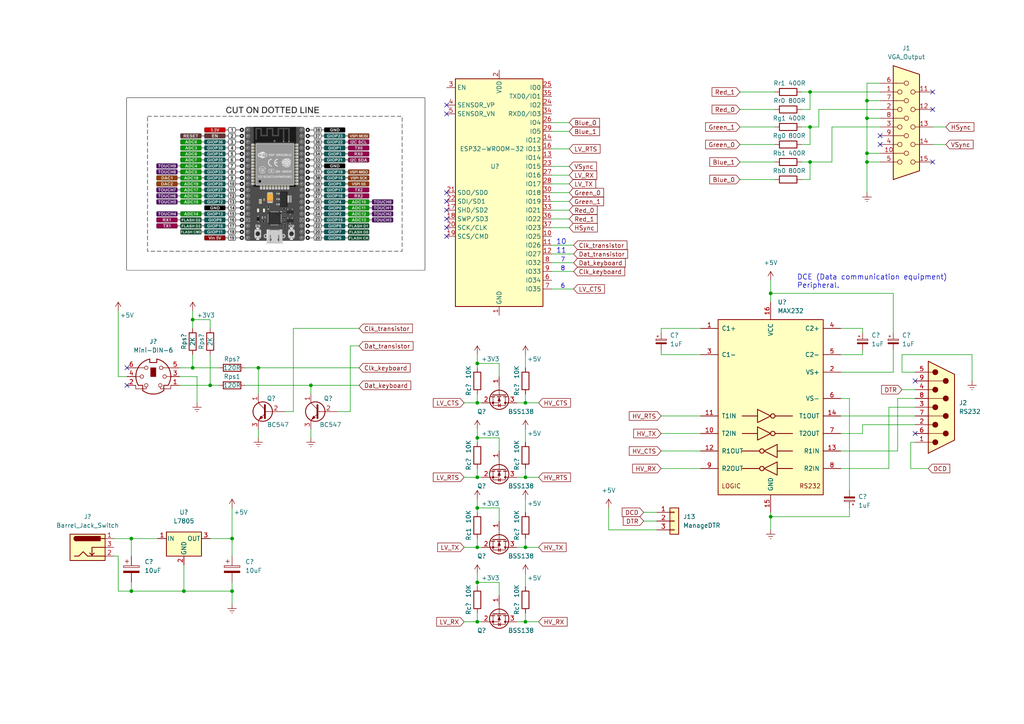
<source format=kicad_sch>
(kicad_sch (version 20211123) (generator eeschema)
  (paper "A4")
  (lib_symbols
    (symbol "Connector:Barrel_Jack_Switch" (pin_names hide)
      (property "Reference" "J" (at 0 5.334 0))
      (property "Value" "Barrel_Jack_Switch" (at 0 -5.08 0))
      (symbol "Barrel_Jack_Switch_0_1"
        (rectangle (start -5.08 3.81) (end 5.08 -3.81) (stroke (width 0.254)) (fill (type background)))
        (arc (start -3.302 3.175) (mid -3.937 2.54) (end -3.302 1.905) (stroke (width 0.254)))
        (arc (start -3.302 3.175) (mid -3.937 2.54) (end -3.302 1.905) (stroke (width 0.254)) (fill (type outline)))
        (polyline (pts (xy 1.27 -2.286) (xy 1.905 -1.651)) (stroke (width 0.254)))
        (polyline (pts (xy 5.08 2.54) (xy 3.81 2.54)) (stroke (width 0.254)))
        (polyline (pts (xy 5.08 0) (xy 1.27 0) (xy 1.27 -2.286) (xy 0.635 -1.651)) (stroke (width 0.254)))
        (polyline (pts (xy -3.81 -2.54) (xy -2.54 -2.54) (xy -1.27 -1.27) (xy 0 -2.54) (xy 2.54 -2.54) (xy 5.08 -2.54)) (stroke (width 0.254)))
        (rectangle (start 3.683 3.175) (end -3.302 1.905) (stroke (width 0.254)) (fill (type outline)))
      )
      (symbol "Barrel_Jack_Switch_1_1"
        (pin passive line (at 7.62 2.54 180) (length 2.54) (name "~") (number "1"))
        (pin passive line (at 7.62 -2.54 180) (length 2.54) (name "~") (number "2"))
        (pin passive line (at 7.62 0 180) (length 2.54) (name "~") (number "3"))
      )
    )
    (symbol "Connector:DB15_Female_HighDensity" (pin_names (offset 1.016) hide)
      (property "Reference" "J" (at 0 21.59 0))
      (property "Value" "DB15_Female_HighDensity" (at 0 19.05 0))
      (symbol "DB15_Female_HighDensity_0_1"
        (circle (center -1.905 -10.16) (radius 0.635))
        (circle (center -1.905 -5.08) (radius 0.635))
        (circle (center -1.905 0) (radius 0.635))
        (circle (center -1.905 5.08) (radius 0.635))
        (circle (center -1.905 10.16) (radius 0.635))
        (circle (center 0 -7.62) (radius 0.635))
        (circle (center 0 -2.54) (radius 0.635))
        (polyline (pts (xy -3.175 7.62) (xy -0.635 7.62)))
        (polyline (pts (xy -0.635 -7.62) (xy -3.175 -7.62)))
        (polyline (pts (xy -0.635 -2.54) (xy -3.175 -2.54)))
        (polyline (pts (xy -0.635 2.54) (xy -3.175 2.54)))
        (polyline (pts (xy -0.635 12.7) (xy -3.175 12.7)))
        (polyline (pts (xy -3.81 17.78) (xy -3.81 -15.24) (xy 3.81 -12.7) (xy 3.81 15.24) (xy -3.81 17.78)) (stroke (width 0.254)) (fill (type background)))
        (circle (center 0 2.54) (radius 0.635))
        (circle (center 0 7.62) (radius 0.635))
        (circle (center 0 12.7) (radius 0.635))
        (circle (center 1.905 -10.16) (radius 0.635))
        (circle (center 1.905 -5.08) (radius 0.635))
        (circle (center 1.905 0) (radius 0.635))
        (circle (center 1.905 5.08) (radius 0.635))
        (circle (center 1.905 10.16) (radius 0.635))
      )
      (symbol "DB15_Female_HighDensity_1_1"
        (pin passive line (at -7.62 10.16 0) (length 5.08) (name "~") (number "1"))
        (pin passive line (at -7.62 -7.62 0) (length 5.08) (name "~") (number "10"))
        (pin passive line (at 7.62 10.16 180) (length 5.08) (name "~") (number "11"))
        (pin passive line (at 7.62 5.08 180) (length 5.08) (name "~") (number "12"))
        (pin passive line (at 7.62 0 180) (length 5.08) (name "~") (number "13"))
        (pin passive line (at 7.62 -5.08 180) (length 5.08) (name "~") (number "14"))
        (pin passive line (at 7.62 -10.16 180) (length 5.08) (name "~") (number "15"))
        (pin passive line (at -7.62 5.08 0) (length 5.08) (name "~") (number "2"))
        (pin passive line (at -7.62 0 0) (length 5.08) (name "~") (number "3"))
        (pin passive line (at -7.62 -5.08 0) (length 5.08) (name "~") (number "4"))
        (pin passive line (at -7.62 -10.16 0) (length 5.08) (name "~") (number "5"))
        (pin passive line (at -7.62 12.7 0) (length 5.08) (name "~") (number "6"))
        (pin passive line (at -7.62 7.62 0) (length 5.08) (name "~") (number "7"))
        (pin passive line (at -7.62 2.54 0) (length 5.08) (name "~") (number "8"))
        (pin passive line (at -7.62 -2.54 0) (length 5.08) (name "~") (number "9"))
      )
    )
    (symbol "Connector:DB9_Male" (pin_names (offset 1.016) hide)
      (property "Reference" "J" (at 0 13.97 0))
      (property "Value" "DB9_Male" (at 0 -14.605 0))
      (symbol "DB9_Male_0_1"
        (circle (center -1.778 -10.16) (radius 0.762) (fill (type outline)))
        (circle (center -1.778 -5.08) (radius 0.762) (fill (type outline)))
        (circle (center -1.778 0) (radius 0.762) (fill (type outline)))
        (circle (center -1.778 5.08) (radius 0.762) (fill (type outline)))
        (circle (center -1.778 10.16) (radius 0.762) (fill (type outline)))
        (polyline (pts (xy -3.81 -10.16) (xy -2.54 -10.16)))
        (polyline (pts (xy -3.81 -7.62) (xy 0.508 -7.62)))
        (polyline (pts (xy -3.81 -5.08) (xy -2.54 -5.08)))
        (polyline (pts (xy -3.81 -2.54) (xy 0.508 -2.54)))
        (polyline (pts (xy -3.81 0) (xy -2.54 0)))
        (polyline (pts (xy -3.81 2.54) (xy 0.508 2.54)))
        (polyline (pts (xy -3.81 5.08) (xy -2.54 5.08)))
        (polyline (pts (xy -3.81 7.62) (xy 0.508 7.62)))
        (polyline (pts (xy -3.81 10.16) (xy -2.54 10.16)))
        (polyline (pts (xy -3.81 -13.335) (xy -3.81 13.335) (xy 3.81 9.525) (xy 3.81 -9.525) (xy -3.81 -13.335)) (stroke (width 0.254)) (fill (type background)))
        (circle (center 1.27 -7.62) (radius 0.762) (fill (type outline)))
        (circle (center 1.27 -2.54) (radius 0.762) (fill (type outline)))
        (circle (center 1.27 2.54) (radius 0.762) (fill (type outline)))
        (circle (center 1.27 7.62) (radius 0.762) (fill (type outline)))
      )
      (symbol "DB9_Male_1_1"
        (pin passive line (at -7.62 -10.16 0) (length 3.81) (name "1") (number "1"))
        (pin passive line (at -7.62 -5.08 0) (length 3.81) (name "2") (number "2"))
        (pin passive line (at -7.62 0 0) (length 3.81) (name "3") (number "3"))
        (pin passive line (at -7.62 5.08 0) (length 3.81) (name "4") (number "4"))
        (pin passive line (at -7.62 10.16 0) (length 3.81) (name "5") (number "5"))
        (pin passive line (at -7.62 -7.62 0) (length 3.81) (name "6") (number "6"))
        (pin passive line (at -7.62 -2.54 0) (length 3.81) (name "7") (number "7"))
        (pin passive line (at -7.62 2.54 0) (length 3.81) (name "8") (number "8"))
        (pin passive line (at -7.62 7.62 0) (length 3.81) (name "9") (number "9"))
      )
    )
    (symbol "ConnectorPS2:Mini-DIN-6" (pin_names (offset 1.016))
      (property "Reference" "J" (at 0 6.35 0))
      (property "Value" "Mini-DIN-6" (at 0 -6.35 0))
      (symbol "Mini-DIN-6_0_1"
        (circle (center -3.302 0) (radius 0.508))
        (arc (start -3.048 -4.064) (mid 0 -5.08) (end 3.048 -4.064) (stroke (width 0.254)))
        (circle (center -2.032 -2.54) (radius 0.508))
        (circle (center -2.032 2.54) (radius 0.508))
        (arc (start -1.016 5.08) (mid -4.6243 2.1182) (end -4.318 -2.54) (stroke (width 0.254)))
        (rectangle (start -0.762 2.54) (end 0.762 0) (fill (type outline)))
        (polyline (pts (xy -3.81 0) (xy -5.08 0)))
        (polyline (pts (xy -2.54 2.54) (xy -5.08 2.54)))
        (polyline (pts (xy 2.794 2.54) (xy 5.08 2.54)))
        (polyline (pts (xy 5.08 0) (xy 3.81 0)))
        (polyline (pts (xy -4.318 -2.54) (xy -3.048 -2.54) (xy -3.048 -4.064)) (stroke (width 0.254)))
        (polyline (pts (xy 4.318 -2.54) (xy 3.048 -2.54) (xy 3.048 -4.064)) (stroke (width 0.254)))
        (polyline (pts (xy -2.032 -3.048) (xy -2.032 -3.556) (xy -5.08 -3.556) (xy -5.08 -2.54)))
        (polyline (pts (xy -1.016 5.08) (xy -1.016 4.064) (xy 1.016 4.064) (xy 1.016 5.08)) (stroke (width 0.254)))
        (polyline (pts (xy 2.032 -3.048) (xy 2.032 -3.556) (xy 5.08 -3.556) (xy 5.08 -2.54)))
        (circle (center 2.032 -2.54) (radius 0.508))
        (circle (center 2.286 2.54) (radius 0.508))
        (circle (center 3.302 0) (radius 0.508))
        (arc (start 4.318 -2.54) (mid 4.6646 2.1357) (end 1.016 5.08) (stroke (width 0.254)))
      )
      (symbol "Mini-DIN-6_1_1"
        (pin passive line (at 7.62 -2.54 180) (length 2.54) (name "~") (number "1"))
        (pin passive line (at -7.62 -2.54 0) (length 2.54) (name "~") (number "2"))
        (pin passive line (at 7.62 0 180) (length 2.54) (name "~") (number "3"))
        (pin passive line (at -7.62 0 0) (length 2.54) (name "~") (number "4"))
        (pin passive line (at 7.62 2.54 180) (length 2.54) (name "~") (number "5"))
        (pin passive line (at -7.62 2.54 0) (length 2.54) (name "~") (number "6"))
      )
    )
    (symbol "Connector_Generic:Conn_01x03" (pin_names (offset 1.016) hide)
      (property "Reference" "J" (at 0 5.08 0))
      (property "Value" "Conn_01x03" (at 0 -5.08 0))
      (symbol "Conn_01x03_1_1"
        (rectangle (start -1.27 -2.413) (end 0 -2.667) (stroke (width 0.1524)))
        (rectangle (start -1.27 0.127) (end 0 -0.127) (stroke (width 0.1524)))
        (rectangle (start -1.27 2.667) (end 0 2.413) (stroke (width 0.1524)))
        (rectangle (start -1.27 3.81) (end 1.27 -3.81) (stroke (width 0.254)) (fill (type background)))
        (pin passive line (at -5.08 2.54 0) (length 3.81) (name "Pin_1") (number "1"))
        (pin passive line (at -5.08 0 0) (length 3.81) (name "Pin_2") (number "2"))
        (pin passive line (at -5.08 -2.54 0) (length 3.81) (name "Pin_3") (number "3"))
      )
    )
    (symbol "Device:C_Polarized" (pin_numbers hide) (pin_names (offset 0.254))
      (property "Reference" "C" (at 0.635 2.54 0))
      (property "Value" "C_Polarized" (at 0.635 -2.54 0))
      (symbol "C_Polarized_0_1"
        (rectangle (start -2.286 0.508) (end 2.286 1.016))
        (polyline (pts (xy -1.778 2.286) (xy -0.762 2.286)))
        (polyline (pts (xy -1.27 2.794) (xy -1.27 1.778)))
        (rectangle (start 2.286 -0.508) (end -2.286 -1.016) (fill (type outline)))
      )
      (symbol "C_Polarized_1_1"
        (pin passive line (at 0 3.81 270) (length 2.794) (name "~") (number "1"))
        (pin passive line (at 0 -3.81 90) (length 2.794) (name "~") (number "2"))
      )
    )
    (symbol "Device:C_Polarized_Small" (pin_numbers hide) (pin_names (offset 0.254) hide)
      (property "Reference" "C" (at 0.254 1.778 0))
      (property "Value" "C_Polarized_Small" (at 0.254 -2.032 0))
      (symbol "C_Polarized_Small_0_1"
        (rectangle (start -1.524 -0.3048) (end 1.524 -0.6858) (fill (type outline)))
        (rectangle (start -1.524 0.6858) (end 1.524 0.3048))
        (polyline (pts (xy -1.27 1.524) (xy -0.762 1.524)))
        (polyline (pts (xy -1.016 1.27) (xy -1.016 1.778)))
      )
      (symbol "C_Polarized_Small_1_1"
        (pin passive line (at 0 2.54 270) (length 1.8542) (name "~") (number "1"))
        (pin passive line (at 0 -2.54 90) (length 1.8542) (name "~") (number "2"))
      )
    )
    (symbol "Device:R" (pin_numbers hide) (pin_names (offset 0))
      (property "Reference" "R" (at 2.032 0 90))
      (property "Value" "R" (at 0 0 90))
      (symbol "R_0_1"
        (rectangle (start -1.016 -2.54) (end 1.016 2.54) (stroke (width 0.254)))
      )
      (symbol "R_1_1"
        (pin passive line (at 0 3.81 270) (length 1.27) (name "~") (number "1"))
        (pin passive line (at 0 -3.81 90) (length 1.27) (name "~") (number "2"))
      )
    )
    (symbol "Interface_UART:MAX232" (pin_names (offset 1.016))
      (property "Reference" "U" (at -2.54 28.575 0))
      (property "Value" "MAX232" (at -2.54 26.67 0))
      (symbol "MAX232_0_0"
        (text "LOGIC" (at -11.43 -22.86 0) (effects (font (size 1.27 1.27))))
        (text "RS232" (at 11.43 -22.86 0) (effects (font (size 1.27 1.27))))
      )
      (symbol "MAX232_0_1"
        (rectangle (start -15.24 -25.4) (end 15.24 25.4) (stroke (width 0.254)) (fill (type background)))
        (circle (center -2.54 -17.78) (radius 0.635) (stroke (width 0.254)))
        (circle (center -2.54 -12.7) (radius 0.635) (stroke (width 0.254)))
        (polyline (pts (xy -3.81 -7.62) (xy -8.255 -7.62)) (stroke (width 0.254)))
        (polyline (pts (xy -3.81 -2.54) (xy -8.255 -2.54)) (stroke (width 0.254)))
        (polyline (pts (xy -3.175 -17.78) (xy -8.255 -17.78)) (stroke (width 0.254)))
        (polyline (pts (xy -3.175 -12.7) (xy -8.255 -12.7)) (stroke (width 0.254)))
        (polyline (pts (xy 1.27 -7.62) (xy 6.35 -7.62)) (stroke (width 0.254)))
        (polyline (pts (xy 1.27 -2.54) (xy 6.35 -2.54)) (stroke (width 0.254)))
        (polyline (pts (xy 1.905 -17.78) (xy 6.35 -17.78)) (stroke (width 0.254)))
        (polyline (pts (xy 1.905 -12.7) (xy 6.35 -12.7)) (stroke (width 0.254)))
        (polyline (pts (xy -3.81 -5.715) (xy -3.81 -9.525) (xy 0 -7.62) (xy -3.81 -5.715)) (stroke (width 0.254)))
        (polyline (pts (xy -3.81 -0.635) (xy -3.81 -4.445) (xy 0 -2.54) (xy -3.81 -0.635)) (stroke (width 0.254)))
        (polyline (pts (xy 1.905 -15.875) (xy 1.905 -19.685) (xy -1.905 -17.78) (xy 1.905 -15.875)) (stroke (width 0.254)))
        (polyline (pts (xy 1.905 -10.795) (xy 1.905 -14.605) (xy -1.905 -12.7) (xy 1.905 -10.795)) (stroke (width 0.254)))
        (circle (center 0.635 -7.62) (radius 0.635) (stroke (width 0.254)))
        (circle (center 0.635 -2.54) (radius 0.635) (stroke (width 0.254)))
      )
      (symbol "MAX232_1_1"
        (pin passive line (at -20.32 22.86 0) (length 5.08) (name "C1+") (number "1"))
        (pin input line (at -20.32 -7.62 0) (length 5.08) (name "T2IN") (number "10"))
        (pin input line (at -20.32 -2.54 0) (length 5.08) (name "T1IN") (number "11"))
        (pin output line (at -20.32 -12.7 0) (length 5.08) (name "R1OUT") (number "12"))
        (pin input line (at 20.32 -12.7 180) (length 5.08) (name "R1IN") (number "13"))
        (pin output line (at 20.32 -2.54 180) (length 5.08) (name "T1OUT") (number "14"))
        (pin power_in line (at 0 -30.48 90) (length 5.08) (name "GND") (number "15"))
        (pin power_in line (at 0 30.48 270) (length 5.08) (name "VCC") (number "16"))
        (pin power_out line (at 20.32 10.16 180) (length 5.08) (name "VS+") (number "2"))
        (pin passive line (at -20.32 15.24 0) (length 5.08) (name "C1-") (number "3"))
        (pin passive line (at 20.32 22.86 180) (length 5.08) (name "C2+") (number "4"))
        (pin passive line (at 20.32 15.24 180) (length 5.08) (name "C2-") (number "5"))
        (pin power_out line (at 20.32 2.54 180) (length 5.08) (name "VS-") (number "6"))
        (pin output line (at 20.32 -7.62 180) (length 5.08) (name "T2OUT") (number "7"))
        (pin input line (at 20.32 -17.78 180) (length 5.08) (name "R2IN") (number "8"))
        (pin output line (at -20.32 -17.78 0) (length 5.08) (name "R2OUT") (number "9"))
      )
    )
    (symbol "RF_Module:ESP32-WROOM-32"
      (property "Reference" "U" (at -12.7 34.29 0))
      (property "Value" "ESP32-WROOM-32" (at 1.27 34.29 0))
      (symbol "ESP32-WROOM-32_0_1"
        (rectangle (start -12.7 33.02) (end 12.7 -33.02) (stroke (width 0.254)) (fill (type background)))
      )
      (symbol "ESP32-WROOM-32_1_1"
        (pin power_in line (at 0 -35.56 90) (length 2.54) (name "GND") (number "1"))
        (pin bidirectional line (at 15.24 -12.7 180) (length 2.54) (name "IO25") (number "10"))
        (pin bidirectional line (at 15.24 -15.24 180) (length 2.54) (name "IO26") (number "11"))
        (pin bidirectional line (at 15.24 -17.78 180) (length 2.54) (name "IO27") (number "12"))
        (pin bidirectional line (at 15.24 10.16 180) (length 2.54) (name "IO14") (number "13"))
        (pin bidirectional line (at 15.24 15.24 180) (length 2.54) (name "IO12") (number "14"))
        (pin passive line (at 0 -35.56 90) (length 2.54) hide (name "GND") (number "15"))
        (pin bidirectional line (at 15.24 12.7 180) (length 2.54) (name "IO13") (number "16"))
        (pin bidirectional line (at -15.24 -5.08 0) (length 2.54) (name "SHD/SD2") (number "17"))
        (pin bidirectional line (at -15.24 -7.62 0) (length 2.54) (name "SWP/SD3") (number "18"))
        (pin bidirectional line (at -15.24 -12.7 0) (length 2.54) (name "SCS/CMD") (number "19"))
        (pin power_in line (at 0 35.56 270) (length 2.54) (name "VDD") (number "2"))
        (pin bidirectional line (at -15.24 -10.16 0) (length 2.54) (name "SCK/CLK") (number "20"))
        (pin bidirectional line (at -15.24 0 0) (length 2.54) (name "SDO/SD0") (number "21"))
        (pin bidirectional line (at -15.24 -2.54 0) (length 2.54) (name "SDI/SD1") (number "22"))
        (pin bidirectional line (at 15.24 7.62 180) (length 2.54) (name "IO15") (number "23"))
        (pin bidirectional line (at 15.24 25.4 180) (length 2.54) (name "IO2") (number "24"))
        (pin bidirectional line (at 15.24 30.48 180) (length 2.54) (name "IO0") (number "25"))
        (pin bidirectional line (at 15.24 20.32 180) (length 2.54) (name "IO4") (number "26"))
        (pin bidirectional line (at 15.24 5.08 180) (length 2.54) (name "IO16") (number "27"))
        (pin bidirectional line (at 15.24 2.54 180) (length 2.54) (name "IO17") (number "28"))
        (pin bidirectional line (at 15.24 17.78 180) (length 2.54) (name "IO5") (number "29"))
        (pin input line (at -15.24 30.48 0) (length 2.54) (name "EN") (number "3"))
        (pin bidirectional line (at 15.24 0 180) (length 2.54) (name "IO18") (number "30"))
        (pin bidirectional line (at 15.24 -2.54 180) (length 2.54) (name "IO19") (number "31"))
        (pin no_connect line (at -12.7 -27.94 0) (length 2.54) hide (name "NC") (number "32"))
        (pin bidirectional line (at 15.24 -5.08 180) (length 2.54) (name "IO21") (number "33"))
        (pin bidirectional line (at 15.24 22.86 180) (length 2.54) (name "RXD0/IO3") (number "34"))
        (pin bidirectional line (at 15.24 27.94 180) (length 2.54) (name "TXD0/IO1") (number "35"))
        (pin bidirectional line (at 15.24 -7.62 180) (length 2.54) (name "IO22") (number "36"))
        (pin bidirectional line (at 15.24 -10.16 180) (length 2.54) (name "IO23") (number "37"))
        (pin passive line (at 0 -35.56 90) (length 2.54) hide (name "GND") (number "38"))
        (pin passive line (at 0 -35.56 90) (length 2.54) hide (name "GND") (number "39"))
        (pin input line (at -15.24 25.4 0) (length 2.54) (name "SENSOR_VP") (number "4"))
        (pin input line (at -15.24 22.86 0) (length 2.54) (name "SENSOR_VN") (number "5"))
        (pin input line (at 15.24 -25.4 180) (length 2.54) (name "IO34") (number "6"))
        (pin input line (at 15.24 -27.94 180) (length 2.54) (name "IO35") (number "7"))
        (pin bidirectional line (at 15.24 -20.32 180) (length 2.54) (name "IO32") (number "8"))
        (pin bidirectional line (at 15.24 -22.86 180) (length 2.54) (name "IO33") (number "9"))
      )
    )
    (symbol "Regulator_Linear:L7805" (pin_names (offset 0.254))
      (property "Reference" "U" (at -3.81 3.175 0))
      (property "Value" "L7805" (at 0 3.175 0))
      (symbol "L7805_0_1"
        (rectangle (start -5.08 1.905) (end 5.08 -5.08) (stroke (width 0.254)) (fill (type background)))
      )
      (symbol "L7805_1_1"
        (pin power_in line (at -7.62 0 0) (length 2.54) (name "IN") (number "1"))
        (pin power_in line (at 0 -7.62 90) (length 2.54) (name "GND") (number "2"))
        (pin power_out line (at 7.62 0 180) (length 2.54) (name "OUT") (number "3"))
      )
    )
    (symbol "Transistor_BJT:BC547" (pin_names (offset 0) hide)
      (property "Reference" "Q" (at 5.08 1.905 0))
      (property "Value" "BC547" (at 5.08 0 0))
      (symbol "BC547_0_1"
        (polyline (pts (xy 0 0) (xy 0.635 0)))
        (polyline (pts (xy 0.635 0.635) (xy 2.54 2.54)))
        (polyline (pts (xy 0.635 -0.635) (xy 2.54 -2.54) (xy 2.54 -2.54)))
        (polyline (pts (xy 0.635 1.905) (xy 0.635 -1.905) (xy 0.635 -1.905)) (stroke (width 0.508)))
        (polyline (pts (xy 1.27 -1.778) (xy 1.778 -1.27) (xy 2.286 -2.286) (xy 1.27 -1.778) (xy 1.27 -1.778)) (fill (type outline)))
        (circle (center 1.27 0) (radius 2.8194) (stroke (width 0.254)))
      )
      (symbol "BC547_1_1"
        (pin passive line (at 2.54 5.08 270) (length 2.54) (name "C") (number "1"))
        (pin input line (at -5.08 0 0) (length 5.08) (name "B") (number "2"))
        (pin passive line (at 2.54 -5.08 90) (length 2.54) (name "E") (number "3"))
      )
    )
    (symbol "Transistor_FET:BSS138" (pin_names hide)
      (property "Reference" "Q" (at 5.08 1.905 0))
      (property "Value" "BSS138" (at 5.08 0 0))
      (symbol "BSS138_0_1"
        (polyline (pts (xy 0.254 0) (xy -2.54 0)))
        (polyline (pts (xy 0.254 1.905) (xy 0.254 -1.905)) (stroke (width 0.254)))
        (polyline (pts (xy 0.762 -1.27) (xy 0.762 -2.286)) (stroke (width 0.254)))
        (polyline (pts (xy 0.762 0.508) (xy 0.762 -0.508)) (stroke (width 0.254)))
        (polyline (pts (xy 0.762 2.286) (xy 0.762 1.27)) (stroke (width 0.254)))
        (polyline (pts (xy 2.54 2.54) (xy 2.54 1.778)))
        (polyline (pts (xy 2.54 -2.54) (xy 2.54 0) (xy 0.762 0)))
        (polyline (pts (xy 0.762 -1.778) (xy 3.302 -1.778) (xy 3.302 1.778) (xy 0.762 1.778)))
        (polyline (pts (xy 1.016 0) (xy 2.032 0.381) (xy 2.032 -0.381) (xy 1.016 0)) (fill (type outline)))
        (polyline (pts (xy 2.794 0.508) (xy 2.921 0.381) (xy 3.683 0.381) (xy 3.81 0.254)))
        (polyline (pts (xy 3.302 0.381) (xy 2.921 -0.254) (xy 3.683 -0.254) (xy 3.302 0.381)))
        (circle (center 1.651 0) (radius 2.794) (stroke (width 0.254)))
        (circle (center 2.54 -1.778) (radius 0.254) (fill (type outline)))
        (circle (center 2.54 1.778) (radius 0.254) (fill (type outline)))
      )
      (symbol "BSS138_1_1"
        (pin input line (at -5.08 0 0) (length 2.54) (name "G") (number "1"))
        (pin passive line (at 2.54 -5.08 90) (length 2.54) (name "S") (number "2"))
        (pin passive line (at 2.54 5.08 270) (length 2.54) (name "D") (number "3"))
      )
    )
    (symbol "power:+3.3V" (power) (pin_names (offset 0))
      (property "Value" "+3.3V" (at 0 3.556 0))
      (symbol "+3.3V_0_1"
        (polyline (pts (xy -0.762 1.27) (xy 0 2.54)))
        (polyline (pts (xy 0 0) (xy 0 2.54)))
        (polyline (pts (xy 0 2.54) (xy 0.762 1.27)))
      )
      (symbol "+3.3V_1_1"
        (pin power_in line (at 0 0 90) (length 0) hide (name "+3V3") (number "1"))
      )
    )
    (symbol "power:+5V" (power) (pin_names (offset 0))
      (property "Value" "+5V" (at 0 3.556 0))
      (symbol "+5V_0_1"
        (polyline (pts (xy -0.762 1.27) (xy 0 2.54)))
        (polyline (pts (xy 0 0) (xy 0 2.54)))
        (polyline (pts (xy 0 2.54) (xy 0.762 1.27)))
      )
      (symbol "+5V_1_1"
        (pin power_in line (at 0 0 90) (length 0) hide (name "+5V") (number "1"))
      )
    )
    (symbol "power:GNDREF" (power) (pin_names (offset 0))
      (property "Value" "GNDREF" (at 0 -3.81 0))
      (symbol "GNDREF_0_1"
        (polyline (pts (xy -0.635 -1.905) (xy 0.635 -1.905)))
        (polyline (pts (xy -0.127 -2.54) (xy 0.127 -2.54)))
        (polyline (pts (xy 0 -1.27) (xy 0 0)))
        (polyline (pts (xy 1.27 -1.27) (xy -1.27 -1.27)))
      )
      (symbol "GNDREF_1_1"
        (pin power_in line (at 0 0 270) (length 0) hide (name "GNDREF") (number "1"))
      )
    )
  )
  (junction (at 38.1 171.45))
  (junction (at 138.43 105.41))
  (junction (at 67.31 156.21))
  (junction (at 60.96 111.76))
  (junction (at 53.34 171.45))
  (junction (at 152.4 116.84))
  (junction (at 38.1 156.21))
  (junction (at 55.88 92.71))
  (junction (at 234.95 46.99))
  (junction (at 152.4 138.43))
  (junction (at 234.95 26.67))
  (junction (at 152.4 180.34))
  (junction (at 67.31 171.45))
  (junction (at 90.17 111.76))
  (junction (at 138.43 127))
  (junction (at 234.95 36.83))
  (junction (at 138.43 168.91))
  (junction (at 138.43 138.43))
  (junction (at 74.93 106.68))
  (junction (at 55.88 106.68))
  (junction (at 251.46 29.21))
  (junction (at 251.46 44.45))
  (junction (at 251.46 46.99))
  (junction (at 251.46 34.29))
  (junction (at 152.4 158.75))
  (junction (at 138.43 180.34))
  (junction (at 138.43 158.75))
  (junction (at 138.43 116.84))
  (junction (at 138.43 147.32))
  (junction (at 223.52 85.09))
  (junction (at 223.52 149.86))
  (no_connect (at 270.51 26.67))
  (no_connect (at 270.51 46.99))
  (no_connect (at 255.27 41.91))
  (no_connect (at 255.27 39.37))
  (no_connect (at 270.51 31.75))
  (no_connect (at 265.43 110.49))
  (no_connect (at 36.83 111.76))
  (no_connect (at 36.83 106.68))
  (no_connect (at 265.43 125.73))
  (no_connect (at 129.54 30.48))
  (no_connect (at 129.54 33.02))
  (no_connect (at 129.54 55.88))
  (no_connect (at 129.54 58.42))
  (no_connect (at 129.54 60.96))
  (no_connect (at 129.54 63.5))
  (no_connect (at 129.54 66.04))
  (no_connect (at 129.54 68.58))
  (wire (pts (xy 261.62 102.87) (xy 281.94 102.87)))
  (wire (pts (xy 152.4 138.43) (xy 152.4 135.89)))
  (wire (pts (xy 138.43 116.84) (xy 138.43 114.3)))
  (wire (pts (xy 138.43 166.37) (xy 138.43 168.91)))
  (wire (pts (xy 160.02 71.12) (xy 166.37 71.12)))
  (wire (pts (xy 203.2 102.87) (xy 191.77 102.87)))
  (wire (pts (xy 255.27 34.29) (xy 251.46 34.29)))
  (wire (pts (xy 191.77 135.89) (xy 203.2 135.89)))
  (wire (pts (xy 90.17 111.76) (xy 90.17 114.3)))
  (wire (pts (xy 243.84 107.95) (xy 259.08 107.95)))
  (wire (pts (xy 55.88 92.71) (xy 55.88 95.25)))
  (wire (pts (xy 152.4 158.75) (xy 156.21 158.75)))
  (wire (pts (xy 149.86 158.75) (xy 152.4 158.75)))
  (wire (pts (xy 134.62 138.43) (xy 138.43 138.43)))
  (wire (pts (xy 152.4 138.43) (xy 156.21 138.43)))
  (wire (pts (xy 34.29 161.29) (xy 34.29 171.45)))
  (wire (pts (xy 160.02 35.56) (xy 165.1 35.56)))
  (wire (pts (xy 160.02 78.74) (xy 166.37 78.74)))
  (wire (pts (xy 138.43 102.87) (xy 138.43 105.41)))
  (wire (pts (xy 270.51 36.83) (xy 274.32 36.83)))
  (wire (pts (xy 243.84 120.65) (xy 265.43 120.65)))
  (wire (pts (xy 261.62 107.95) (xy 261.62 102.87)))
  (wire (pts (xy 82.55 119.38) (xy 85.09 119.38)))
  (wire (pts (xy 138.43 144.78) (xy 138.43 147.32)))
  (wire (pts (xy 90.17 111.76) (xy 104.14 111.76)))
  (wire (pts (xy 191.77 120.65) (xy 203.2 120.65)))
  (wire (pts (xy 71.12 111.76) (xy 90.17 111.76)))
  (wire (pts (xy 134.62 116.84) (xy 138.43 116.84)))
  (wire (pts (xy 265.43 118.11) (xy 257.81 118.11)))
  (wire (pts (xy 232.41 41.91) (xy 234.95 41.91)))
  (wire (pts (xy 160.02 58.42) (xy 165.1 58.42)))
  (wire (pts (xy 97.79 119.38) (xy 101.6 119.38)))
  (wire (pts (xy 257.81 118.11) (xy 257.81 135.89)))
  (wire (pts (xy 53.34 171.45) (xy 67.31 171.45)))
  (wire (pts (xy 251.46 34.29) (xy 251.46 29.21)))
  (wire (pts (xy 250.19 95.25) (xy 250.19 96.52)))
  (wire (pts (xy 186.69 151.13) (xy 190.5 151.13)))
  (wire (pts (xy 281.94 102.87) (xy 281.94 110.49)))
  (wire (pts (xy 60.96 92.71) (xy 55.88 92.71)))
  (wire (pts (xy 243.84 95.25) (xy 250.19 95.25)))
  (wire (pts (xy 138.43 105.41) (xy 138.43 106.68)))
  (wire (pts (xy 160.02 50.8) (xy 165.1 50.8)))
  (wire (pts (xy 101.6 119.38) (xy 101.6 100.33)))
  (wire (pts (xy 250.19 123.19) (xy 250.19 125.73)))
  (wire (pts (xy 90.17 124.46) (xy 90.17 127)))
  (wire (pts (xy 160.02 83.82) (xy 166.37 83.82)))
  (wire (pts (xy 38.1 156.21) (xy 38.1 161.29)))
  (wire (pts (xy 232.41 52.07) (xy 234.95 52.07)))
  (wire (pts (xy 138.43 124.46) (xy 138.43 127)))
  (wire (pts (xy 246.38 147.32) (xy 246.38 149.86)))
  (wire (pts (xy 191.77 102.87) (xy 191.77 101.6)))
  (wire (pts (xy 144.78 147.32) (xy 138.43 147.32)))
  (wire (pts (xy 191.77 130.81) (xy 203.2 130.81)))
  (wire (pts (xy 246.38 149.86) (xy 223.52 149.86)))
  (wire (pts (xy 251.46 29.21) (xy 255.27 29.21)))
  (wire (pts (xy 138.43 127) (xy 138.43 128.27)))
  (wire (pts (xy 160.02 55.88) (xy 165.1 55.88)))
  (wire (pts (xy 223.52 85.09) (xy 223.52 87.63)))
  (wire (pts (xy 60.96 102.87) (xy 60.96 111.76)))
  (wire (pts (xy 234.95 46.99) (xy 241.3 46.99)))
  (wire (pts (xy 234.95 41.91) (xy 234.95 36.83)))
  (wire (pts (xy 71.12 106.68) (xy 74.93 106.68)))
  (wire (pts (xy 67.31 171.45) (xy 67.31 168.91)))
  (wire (pts (xy 38.1 156.21) (xy 45.72 156.21)))
  (wire (pts (xy 85.09 95.25) (xy 104.14 95.25)))
  (wire (pts (xy 74.93 106.68) (xy 74.93 114.3)))
  (wire (pts (xy 234.95 31.75) (xy 234.95 26.67)))
  (wire (pts (xy 223.52 149.86) (xy 223.52 153.67)))
  (wire (pts (xy 251.46 24.13) (xy 251.46 29.21)))
  (wire (pts (xy 160.02 63.5) (xy 165.1 63.5)))
  (wire (pts (xy 259.08 85.09) (xy 259.08 96.52)))
  (wire (pts (xy 255.27 24.13) (xy 251.46 24.13)))
  (wire (pts (xy 34.29 109.22) (xy 34.29 90.17)))
  (wire (pts (xy 261.62 113.03) (xy 265.43 113.03)))
  (wire (pts (xy 265.43 128.27) (xy 264.16 128.27)))
  (wire (pts (xy 232.41 31.75) (xy 234.95 31.75)))
  (wire (pts (xy 52.07 111.76) (xy 60.96 111.76)))
  (wire (pts (xy 60.96 111.76) (xy 63.5 111.76)))
  (wire (pts (xy 101.6 100.33) (xy 104.14 100.33)))
  (wire (pts (xy 74.93 106.68) (xy 104.14 106.68)))
  (wire (pts (xy 144.78 168.91) (xy 138.43 168.91)))
  (wire (pts (xy 251.46 44.45) (xy 251.46 34.29)))
  (wire (pts (xy 160.02 38.1) (xy 165.1 38.1)))
  (wire (pts (xy 186.69 148.59) (xy 190.5 148.59)))
  (wire (pts (xy 55.88 106.68) (xy 63.5 106.68)))
  (wire (pts (xy 139.7 180.34) (xy 138.43 180.34)))
  (wire (pts (xy 74.93 124.46) (xy 74.93 127)))
  (wire (pts (xy 152.4 158.75) (xy 152.4 156.21)))
  (wire (pts (xy 191.77 125.73) (xy 203.2 125.73)))
  (wire (pts (xy 250.19 125.73) (xy 243.84 125.73)))
  (wire (pts (xy 234.95 52.07) (xy 234.95 46.99)))
  (wire (pts (xy 250.19 101.6) (xy 250.19 102.87)))
  (wire (pts (xy 265.43 107.95) (xy 261.62 107.95)))
  (wire (pts (xy 152.4 116.84) (xy 152.4 114.3)))
  (wire (pts (xy 60.96 95.25) (xy 60.96 92.71)))
  (wire (pts (xy 149.86 180.34) (xy 152.4 180.34)))
  (wire (pts (xy 232.41 46.99) (xy 234.95 46.99)))
  (wire (pts (xy 149.86 138.43) (xy 152.4 138.43)))
  (wire (pts (xy 144.78 127) (xy 138.43 127)))
  (wire (pts (xy 160.02 66.04) (xy 165.1 66.04)))
  (wire (pts (xy 33.02 156.21) (xy 38.1 156.21)))
  (wire (pts (xy 270.51 41.91) (xy 274.32 41.91)))
  (wire (pts (xy 234.95 36.83) (xy 237.49 36.83)))
  (wire (pts (xy 190.5 153.67) (xy 176.53 153.67)))
  (wire (pts (xy 134.62 180.34) (xy 138.43 180.34)))
  (wire (pts (xy 260.35 130.81) (xy 243.84 130.81)))
  (wire (pts (xy 191.77 95.25) (xy 203.2 95.25)))
  (wire (pts (xy 152.4 166.37) (xy 152.4 170.18)))
  (wire (pts (xy 139.7 116.84) (xy 138.43 116.84)))
  (wire (pts (xy 67.31 171.45) (xy 67.31 175.26)))
  (wire (pts (xy 38.1 171.45) (xy 53.34 171.45)))
  (wire (pts (xy 259.08 107.95) (xy 259.08 101.6)))
  (wire (pts (xy 237.49 31.75) (xy 255.27 31.75)))
  (wire (pts (xy 139.7 158.75) (xy 138.43 158.75)))
  (wire (pts (xy 33.02 161.29) (xy 34.29 161.29)))
  (wire (pts (xy 57.15 109.22) (xy 57.15 116.84)))
  (wire (pts (xy 214.63 52.07) (xy 224.79 52.07)))
  (wire (pts (xy 144.78 130.81) (xy 144.78 127)))
  (wire (pts (xy 67.31 156.21) (xy 67.31 161.29)))
  (wire (pts (xy 251.46 46.99) (xy 251.46 44.45)))
  (wire (pts (xy 160.02 60.96) (xy 165.1 60.96)))
  (wire (pts (xy 234.95 26.67) (xy 255.27 26.67)))
  (wire (pts (xy 223.52 81.28) (xy 223.52 85.09)))
  (wire (pts (xy 85.09 119.38) (xy 85.09 95.25)))
  (wire (pts (xy 176.53 153.67) (xy 176.53 147.32)))
  (wire (pts (xy 152.4 180.34) (xy 152.4 177.8)))
  (wire (pts (xy 134.62 158.75) (xy 138.43 158.75)))
  (wire (pts (xy 34.29 171.45) (xy 38.1 171.45)))
  (wire (pts (xy 237.49 36.83) (xy 237.49 31.75)))
  (wire (pts (xy 55.88 102.87) (xy 55.88 106.68)))
  (wire (pts (xy 144.78 151.13) (xy 144.78 147.32)))
  (wire (pts (xy 251.46 46.99) (xy 251.46 55.88)))
  (wire (pts (xy 255.27 44.45) (xy 251.46 44.45)))
  (wire (pts (xy 152.4 180.34) (xy 156.21 180.34)))
  (wire (pts (xy 152.4 102.87) (xy 152.4 106.68)))
  (wire (pts (xy 191.77 96.52) (xy 191.77 95.25)))
  (wire (pts (xy 214.63 46.99) (xy 224.79 46.99)))
  (wire (pts (xy 139.7 138.43) (xy 138.43 138.43)))
  (wire (pts (xy 260.35 115.57) (xy 260.35 130.81)))
  (wire (pts (xy 55.88 90.17) (xy 55.88 92.71)))
  (wire (pts (xy 250.19 123.19) (xy 265.43 123.19)))
  (wire (pts (xy 255.27 46.99) (xy 251.46 46.99)))
  (wire (pts (xy 214.63 31.75) (xy 224.79 31.75)))
  (wire (pts (xy 152.4 144.78) (xy 152.4 148.59)))
  (wire (pts (xy 138.43 168.91) (xy 138.43 170.18)))
  (wire (pts (xy 223.52 148.59) (xy 223.52 149.86)))
  (wire (pts (xy 138.43 158.75) (xy 138.43 156.21)))
  (wire (pts (xy 160.02 43.18) (xy 165.1 43.18)))
  (wire (pts (xy 144.78 105.41) (xy 138.43 105.41)))
  (wire (pts (xy 152.4 124.46) (xy 152.4 128.27)))
  (wire (pts (xy 214.63 26.67) (xy 224.79 26.67)))
  (wire (pts (xy 246.38 142.24) (xy 246.38 115.57)))
  (wire (pts (xy 144.78 109.22) (xy 144.78 105.41)))
  (wire (pts (xy 243.84 102.87) (xy 250.19 102.87)))
  (wire (pts (xy 138.43 180.34) (xy 138.43 177.8)))
  (wire (pts (xy 223.52 85.09) (xy 259.08 85.09)))
  (wire (pts (xy 36.83 109.22) (xy 34.29 109.22)))
  (wire (pts (xy 160.02 76.2) (xy 166.37 76.2)))
  (wire (pts (xy 214.63 41.91) (xy 224.79 41.91)))
  (wire (pts (xy 214.63 36.83) (xy 224.79 36.83)))
  (wire (pts (xy 241.3 46.99) (xy 241.3 36.83)))
  (wire (pts (xy 160.02 48.26) (xy 165.1 48.26)))
  (wire (pts (xy 52.07 106.68) (xy 55.88 106.68)))
  (wire (pts (xy 232.41 26.67) (xy 234.95 26.67)))
  (wire (pts (xy 264.16 128.27) (xy 264.16 135.89)))
  (wire (pts (xy 67.31 147.32) (xy 67.31 156.21)))
  (wire (pts (xy 232.41 36.83) (xy 234.95 36.83)))
  (wire (pts (xy 53.34 163.83) (xy 53.34 171.45)))
  (wire (pts (xy 149.86 116.84) (xy 152.4 116.84)))
  (wire (pts (xy 144.78 172.72) (xy 144.78 168.91)))
  (wire (pts (xy 152.4 116.84) (xy 156.21 116.84)))
  (wire (pts (xy 241.3 36.83) (xy 255.27 36.83)))
  (wire (pts (xy 160.02 73.66) (xy 166.37 73.66)))
  (wire (pts (xy 260.35 115.57) (xy 265.43 115.57)))
  (wire (pts (xy 138.43 138.43) (xy 138.43 135.89)))
  (wire (pts (xy 264.16 135.89) (xy 269.24 135.89)))
  (wire (pts (xy 38.1 168.91) (xy 38.1 171.45)))
  (wire (pts (xy 138.43 147.32) (xy 138.43 148.59)))
  (wire (pts (xy 60.96 156.21) (xy 67.31 156.21)))
  (wire (pts (xy 246.38 115.57) (xy 243.84 115.57)))
  (wire (pts (xy 52.07 109.22) (xy 57.15 109.22)))
  (wire (pts (xy 160.02 53.34) (xy 165.1 53.34)))
  (wire (pts (xy 243.84 135.89) (xy 257.81 135.89)))
  (image (at 80.01 53.34))
  (text "DCE (Data communication equipment)\nPeripheral." (at 231.14 83.82 0) (effects (font (size 1.5 1.5)) (justify left bottom)))
  (text "11" (at 161.29 73.66 0) (effects (font (size 1.5 1.5)) (justify left bottom)))
  (text "10" (at 161.29 71.12 0) (effects (font (size 1.5 1.5)) (justify left bottom)))
  (text "7" (at 162.56 76.2 0) (effects (font (size 1.27 1.27)) (justify left bottom)))
  (text "6" (at 162.56 83.82 0) (effects (font (size 1.27 1.27)) (justify left bottom)))
  (text "8" (at 162.56 78.74 0) (effects (font (size 1.27 1.27)) (justify left bottom)))
  (global_label "LV_TX" (shape input) (at 165.1 53.34 0) (property "Intersheet References" "${INTERSHEET_REFS}" (effects hide)))
  (global_label "LV_RX" (shape input) (at 165.1 50.8 0) (property "Intersheet References" "${INTERSHEET_REFS}" (effects hide)))
  (global_label "LV_RTS" (shape input) (at 165.1 43.18 0) (property "Intersheet References" "${INTERSHEET_REFS}" (effects hide)))
  (global_label "LV_CTS" (shape input) (at 134.62 116.84 180) (property "Intersheet References" "${INTERSHEET_REFS}" (effects hide)))
  (global_label "LV_RTS" (shape input) (at 134.62 138.43 180) (property "Intersheet References" "${INTERSHEET_REFS}" (effects hide)))
  (global_label "Blue_0" (shape input) (at 214.63 52.07 180) (property "Intersheet References" "${INTERSHEET_REFS}" (effects hide)))
  (global_label "Clk_transistor" (shape input) (at 166.37 71.12 0) (property "Intersheet References" "${INTERSHEET_REFS}" (effects hide)))
  (global_label "Clk_transistor" (shape input) (at 104.14 95.25 0) (property "Intersheet References" "${INTERSHEET_REFS}" (effects hide)))
  (global_label "Clk_keyboard" (shape input) (at 166.37 78.74 0) (property "Intersheet References" "${INTERSHEET_REFS}" (effects hide)))
  (global_label "Dat_transistor" (shape input) (at 166.37 73.66 0) (property "Intersheet References" "${INTERSHEET_REFS}" (effects hide)))
  (global_label "Green_0" (shape input) (at 165.1 55.88 0) (property "Intersheet References" "${INTERSHEET_REFS}" (effects hide)))
  (global_label "HSync" (shape input) (at 274.32 36.83 0) (property "Intersheet References" "${INTERSHEET_REFS}" (effects hide)))
  (global_label "HV_TX" (shape input) (at 156.21 158.75 0) (property "Intersheet References" "${INTERSHEET_REFS}" (effects hide)))
  (global_label "Green_1" (shape input) (at 165.1 58.42 0) (property "Intersheet References" "${INTERSHEET_REFS}" (effects hide)))
  (global_label "DTR" (shape input) (at 186.69 151.13 180) (property "Intersheet References" "${INTERSHEET_REFS}" (effects hide)))
  (global_label "HV_CTS" (shape input) (at 191.77 130.81 180) (property "Intersheet References" "${INTERSHEET_REFS}" (effects hide)))
  (global_label "Dat_keyboard" (shape input) (at 104.14 111.76 0) (property "Intersheet References" "${INTERSHEET_REFS}" (effects hide)))
  (global_label "DTR" (shape input) (at 261.62 113.03 180) (property "Intersheet References" "${INTERSHEET_REFS}" (effects hide)))
  (global_label "Red_0" (shape input) (at 214.63 31.75 180) (property "Intersheet References" "${INTERSHEET_REFS}" (effects hide)))
  (global_label "HV_RX" (shape input) (at 191.77 135.89 180) (property "Intersheet References" "${INTERSHEET_REFS}" (effects hide)))
  (global_label "Red_1" (shape input) (at 165.1 63.5 0) (property "Intersheet References" "${INTERSHEET_REFS}" (effects hide)))
  (global_label "VSync" (shape input) (at 274.32 41.91 0) (property "Intersheet References" "${INTERSHEET_REFS}" (effects hide)))
  (global_label "Red_0" (shape input) (at 165.1 60.96 0) (property "Intersheet References" "${INTERSHEET_REFS}" (effects hide)))
  (global_label "Blue_1" (shape input) (at 214.63 46.99 180) (property "Intersheet References" "${INTERSHEET_REFS}" (effects hide)))
  (global_label "HV_TX" (shape input) (at 191.77 125.73 180) (property "Intersheet References" "${INTERSHEET_REFS}" (effects hide)))
  (global_label "HV_RTS" (shape input) (at 191.77 120.65 180) (property "Intersheet References" "${INTERSHEET_REFS}" (effects hide)))
  (global_label "Green_0" (shape input) (at 214.63 41.91 180) (property "Intersheet References" "${INTERSHEET_REFS}" (effects hide)))
  (global_label "HV_RX" (shape input) (at 156.21 180.34 0) (property "Intersheet References" "${INTERSHEET_REFS}" (effects hide)))
  (global_label "Clk_keyboard" (shape input) (at 104.14 106.68 0) (property "Intersheet References" "${INTERSHEET_REFS}" (effects hide)))
  (global_label "Blue_1" (shape input) (at 165.1 38.1 0) (property "Intersheet References" "${INTERSHEET_REFS}" (effects hide)))
  (global_label "Dat_transistor" (shape input) (at 104.14 100.33 0) (property "Intersheet References" "${INTERSHEET_REFS}" (effects hide)))
  (global_label "LV_RX" (shape input) (at 134.62 180.34 180) (property "Intersheet References" "${INTERSHEET_REFS}" (effects hide)))
  (global_label "VSync" (shape input) (at 165.1 48.26 0) (property "Intersheet References" "${INTERSHEET_REFS}" (effects hide)))
  (global_label "Blue_0" (shape input) (at 165.1 35.56 0) (property "Intersheet References" "${INTERSHEET_REFS}" (effects hide)))
  (global_label "Dat_keyboard" (shape input) (at 166.37 76.2 0) (property "Intersheet References" "${INTERSHEET_REFS}" (effects hide)))
  (global_label "Green_1" (shape input) (at 214.63 36.83 180) (property "Intersheet References" "${INTERSHEET_REFS}" (effects hide)))
  (global_label "HSync" (shape input) (at 165.1 66.04 0) (property "Intersheet References" "${INTERSHEET_REFS}" (effects hide)))
  (global_label "HV_CTS" (shape input) (at 156.21 116.84 0) (property "Intersheet References" "${INTERSHEET_REFS}" (effects hide)))
  (global_label "LV_CTS" (shape input) (at 166.37 83.82 0) (property "Intersheet References" "${INTERSHEET_REFS}" (effects hide)))
  (global_label "HV_RTS" (shape input) (at 156.21 138.43 0) (property "Intersheet References" "${INTERSHEET_REFS}" (effects hide)))
  (global_label "LV_TX" (shape input) (at 134.62 158.75 180) (property "Intersheet References" "${INTERSHEET_REFS}" (effects hide)))
  (global_label "DCD" (shape input) (at 186.69 148.59 180) (property "Intersheet References" "${INTERSHEET_REFS}" (effects hide)))
  (global_label "Red_1" (shape input) (at 214.63 26.67 180) (property "Intersheet References" "${INTERSHEET_REFS}" (effects hide)))
  (global_label "DCD" (shape input) (at 269.24 135.89 0) (property "Intersheet References" "${INTERSHEET_REFS}" (effects hide)))
  (symbol (lib_id "Device:R") (at 228.6 36.83 90) (unit 1)
    (property "Reference" "Rg1" (at 226.06 34.29 90))
    (property "Value" "400R" (at 231.14 34.29 90))
  )
  (symbol (lib_id "power:GNDREF") (at 90.17 127 0) (unit 1)
    (property "Reference" "#PWR?" (effects hide))
    (property "Value" "GNDREF" (effects hide))
  )
  (symbol (lib_id "power:+5V") (at 152.4 124.46 0) (unit 1)
    (property "Reference" "#PWR?" (effects hide))
    (property "Value" "+5V" (at 154.94 125.73 0))
  )
  (symbol (lib_id "power:+5V") (at 152.4 166.37 0) (unit 1)
    (property "Reference" "#PWR?" (effects hide))
    (property "Value" "+5V" (at 154.94 167.64 0))
  )
  (symbol (lib_id "power:+3.3V") (at 138.43 144.78 0) (unit 1)
    (property "Reference" "#PWR?" (effects hide))
    (property "Value" "+3.3V" (at 142.24 146.05 0))
  )
  (symbol (lib_id "power:GNDREF") (at 57.15 116.84 0) (unit 1)
    (property "Reference" "#PWR?" (effects hide))
    (property "Value" "GNDREF" (effects hide))
  )
  (symbol (lib_id "Device:R") (at 228.6 41.91 90) (unit 1)
    (property "Reference" "Rg0" (at 226.06 39.37 90))
    (property "Value" "800R" (at 231.14 39.37 90))
  )
  (symbol (lib_id "Transistor_FET:BSS138") (at 144.78 135.89 270) (unit 1)
    (property "Reference" "Q?" (at 139.7 140.97 90))
    (property "Value" "BSS138" (at 151.13 140.97 90))
    (property "Footprint" "Package_TO_SOT_SMD:SOT-23" (effects hide))
    (property "Datasheet" "https://www.onsemi.com/pub/Collateral/BSS138-D.PDF" (effects hide))
  )
  (symbol (lib_id "power:GNDREF") (at 74.93 127 0) (unit 1)
    (property "Reference" "#PWR?" (effects hide))
    (property "Value" "GNDREF" (effects hide))
  )
  (symbol (lib_id "power:GNDREF") (at 281.94 110.49 0) (unit 1)
    (property "Reference" "#PWR?" (effects hide))
    (property "Value" "GNDREF" (effects hide))
  )
  (symbol (lib_id "Connector:DB15_Female_HighDensity") (at 262.89 36.83 0) (unit 1)
    (property "Reference" "J1" (at 262.89 13.97 0))
    (property "Value" "VGA_Output" (at 262.89 16.51 0))
    (property "Datasheet" " ~" (effects hide))
  )
  (symbol (lib_id "power:+3.3V") (at 138.43 102.87 0) (unit 1)
    (property "Reference" "#PWR?" (effects hide))
    (property "Value" "+3.3V" (at 142.24 104.14 0))
  )
  (symbol (lib_id "Device:R") (at 152.4 152.4 180) (unit 1)
    (property "Reference" "Rc?" (at 149.86 154.94 90))
    (property "Value" "10K" (at 149.86 149.86 90))
  )
  (symbol (lib_id "RF_Module:ESP32-WROOM-32") (at 144.78 55.88 0) (unit 1)
    (property "Reference" "U?" (at 142.24 48.26 0) (effects (justify left)))
    (property "Value" "ESP32-WROOM-32" (at 133.35 43.18 0) (effects (justify left)))
    (property "Footprint" "RF_Module:ESP32-WROOM-32" (effects hide))
    (property "Datasheet" "https://www.espressif.com/sites/default/files/documentation/esp32-wroom-32_datasheet_en.pdf" (effects hide))
  )
  (symbol (lib_id "Device:R") (at 67.31 111.76 90) (unit 1)
    (property "Reference" "Rps1" (at 67.31 109.22 90))
    (property "Value" "120R" (at 67.31 111.76 90))
  )
  (symbol (lib_id "ConnectorPS2:Mini-DIN-6") (at 44.45 109.22 0) (unit 1)
    (property "Reference" "J?" (at 44.4711 99.06 0))
    (property "Value" "Mini-DIN-6" (at 44.4711 101.6 0))
    (property "Datasheet" "http://service.powerdynamics.com/ec/Catalog17/Section%2011.pdf" (effects hide))
  )
  (symbol (lib_id "Device:R") (at 228.6 26.67 90) (unit 1)
    (property "Reference" "Rr1" (at 226.06 24.13 90))
    (property "Value" "400R" (at 231.14 24.13 90))
  )
  (symbol (lib_id "power:GNDREF") (at 67.31 175.26 0) (unit 1)
    (property "Reference" "#PWR?" (effects hide))
    (property "Value" "GNDREF" (effects hide))
  )
  (symbol (lib_id "Device:R") (at 152.4 173.99 180) (unit 1)
    (property "Reference" "Rc?" (at 149.86 176.53 90))
    (property "Value" "10K" (at 149.86 171.45 90))
  )
  (symbol (lib_id "Device:R") (at 138.43 152.4 180) (unit 1)
    (property "Reference" "Rc1" (at 135.89 154.94 90))
    (property "Value" "10K" (at 135.89 149.86 90))
  )
  (symbol (lib_id "power:GNDREF") (at 223.52 153.67 0) (unit 1)
    (property "Reference" "#PWR?" (effects hide))
    (property "Value" "GNDREF" (effects hide))
  )
  (symbol (lib_id "Device:R") (at 228.6 52.07 90) (unit 1)
    (property "Reference" "Rb0" (at 226.06 49.53 90))
    (property "Value" "800R" (at 231.14 49.53 90))
  )
  (symbol (lib_id "power:+3.3V") (at 55.88 90.17 0) (unit 1)
    (property "Reference" "#PWR?" (effects hide))
    (property "Value" "+3.3V" (at 59.69 91.44 0))
  )
  (symbol (lib_id "power:+5V") (at 34.29 90.17 0) (unit 1)
    (property "Reference" "#PWR?" (effects hide))
    (property "Value" "+5V" (at 36.83 91.44 0))
  )
  (symbol (lib_id "Device:C_Polarized") (at 38.1 165.1 0) (unit 1)
    (property "Reference" "C?" (at 41.91 162.9409 0) (effects (justify left)))
    (property "Value" "10uF" (at 41.91 165.4809 0) (effects (justify left)))
  )
  (symbol (lib_id "Device:R") (at 138.43 132.08 180) (unit 1)
    (property "Reference" "Rc?" (at 135.89 134.62 90))
    (property "Value" "10K" (at 135.89 129.54 90))
  )
  (symbol (lib_id "Connector:Barrel_Jack_Switch") (at 25.4 158.75 0) (unit 1)
    (property "Reference" "J?" (at 25.4 149.86 0))
    (property "Value" "Barrel_Jack_Switch" (at 25.4 152.4 0))
  )
  (symbol (lib_id "Transistor_FET:BSS138") (at 144.78 114.3 270) (unit 1)
    (property "Reference" "Q?" (at 139.7 119.38 90))
    (property "Value" "BSS138" (at 151.13 119.38 90))
    (property "Footprint" "Package_TO_SOT_SMD:SOT-23" (effects hide))
    (property "Datasheet" "https://www.onsemi.com/pub/Collateral/BSS138-D.PDF" (effects hide))
  )
  (symbol (lib_id "Interface_UART:MAX232") (at 223.52 118.11 0) (unit 1)
    (property "Reference" "U?" (at 225.5394 87.63 0) (effects (justify left)))
    (property "Value" "MAX232" (at 225.5394 90.17 0) (effects (justify left)))
    (property "Datasheet" "http://www.ti.com/lit/ds/symlink/max232.pdf" (effects hide))
  )
  (symbol (lib_id "Device:R") (at 152.4 132.08 180) (unit 1)
    (property "Reference" "Rc?" (at 149.86 134.62 90))
    (property "Value" "10K" (at 149.86 129.54 90))
  )
  (symbol (lib_id "Connector:DB9_Male") (at 273.05 118.11 0) (unit 1)
    (property "Reference" "J2" (at 278.13 116.8399 0) (effects (justify left)))
    (property "Value" "RS232" (at 278.13 119.3799 0) (effects (justify left)))
    (property "Datasheet" " ~" (effects hide))
  )
  (symbol (lib_id "Connector_Generic:Conn_01x03") (at 195.58 151.13 0) (unit 1)
    (property "Reference" "J13" (at 198.12 149.8599 0) (effects (justify left)))
    (property "Value" "ManageDTR" (at 198.12 152.3999 0) (effects (justify left)))
  )
  (symbol (lib_id "Device:C_Polarized") (at 67.31 165.1 0) (unit 1)
    (property "Reference" "C?" (at 71.12 162.9409 0) (effects (justify left)))
    (property "Value" "10uF" (at 71.12 165.4809 0) (effects (justify left)))
  )
  (symbol (lib_id "Transistor_FET:BSS138") (at 144.78 156.21 270) (unit 1)
    (property "Reference" "Q?" (at 139.7 161.29 90))
    (property "Value" "BSS138" (at 151.13 161.29 90))
    (property "Footprint" "Package_TO_SOT_SMD:SOT-23" (effects hide))
    (property "Datasheet" "https://www.onsemi.com/pub/Collateral/BSS138-D.PDF" (effects hide))
  )
  (symbol (lib_id "power:+5V") (at 152.4 144.78 0) (unit 1)
    (property "Reference" "#PWR?" (effects hide))
    (property "Value" "+5V" (at 154.94 146.05 0))
  )
  (symbol (lib_id "Device:R") (at 228.6 46.99 90) (unit 1)
    (property "Reference" "Rb1" (at 226.06 44.45 90))
    (property "Value" "400R" (at 231.14 44.45 90))
  )
  (symbol (lib_id "power:GNDREF") (at 251.46 55.88 0) (unit 1)
    (property "Reference" "#PWR?" (effects hide))
    (property "Value" "GNDREF" (effects hide))
  )
  (symbol (lib_id "Device:R") (at 138.43 173.99 180) (unit 1)
    (property "Reference" "Rc?" (at 135.89 176.53 90))
    (property "Value" "10K" (at 135.89 171.45 90))
  )
  (symbol (lib_id "power:+3.3V") (at 138.43 166.37 0) (unit 1)
    (property "Reference" "#PWR?" (effects hide))
    (property "Value" "+3.3V" (at 142.24 167.64 0))
  )
  (symbol (lib_id "Regulator_Linear:L7805") (at 53.34 156.21 0) (unit 1)
    (property "Reference" "U?" (at 53.34 148.59 0))
    (property "Value" "L7805" (at 53.34 151.13 0))
    (property "Datasheet" "http://www.st.com/content/ccc/resource/technical/document/datasheet/41/4f/b3/b0/12/d4/47/88/CD00000444.pdf/files/CD00000444.pdf/jcr:content/translations/en.CD00000444.pdf" (effects hide))
  )
  (symbol (lib_id "Transistor_BJT:BC547") (at 77.47 119.38 0) (mirror y) (unit 1)
    (property "Reference" "Q?" (at 80.01 115.57 0) (effects (justify left)))
    (property "Value" "BC547" (at 83.82 123.19 0) (effects (justify left)))
    (property "Footprint" "Package_TO_SOT_THT:TO-92_Inline" (effects hide))
    (property "Datasheet" "https://www.onsemi.com/pub/Collateral/BC550-D.pdf" (effects hide))
  )
  (symbol (lib_id "Device:C_Polarized_Small") (at 250.19 99.06 0) (unit 1)
    (property "Reference" "C?" (at 252.73 97.2438 0) (effects (justify left)))
    (property "Value" "1uF" (at 252.73 99.7838 0) (effects (justify left)))
  )
  (symbol (lib_id "Transistor_BJT:BC547") (at 92.71 119.38 0) (mirror y) (unit 1)
    (property "Reference" "Q?" (at 96.52 115.57 0) (effects (justify left)))
    (property "Value" "BC547" (at 99.06 123.19 0) (effects (justify left)))
    (property "Footprint" "Package_TO_SOT_THT:TO-92_Inline" (effects hide))
    (property "Datasheet" "https://www.onsemi.com/pub/Collateral/BC550-D.pdf" (effects hide))
  )
  (symbol (lib_id "Device:R") (at 67.31 106.68 90) (unit 1)
    (property "Reference" "Rps?" (at 67.31 104.14 90))
    (property "Value" "120R" (at 67.31 106.68 90))
  )
  (symbol (lib_id "Transistor_FET:BSS138") (at 144.78 177.8 270) (unit 1)
    (property "Reference" "Q?" (at 139.7 182.88 90))
    (property "Value" "BSS138" (at 151.13 182.88 90))
    (property "Footprint" "Package_TO_SOT_SMD:SOT-23" (effects hide))
    (property "Datasheet" "https://www.onsemi.com/pub/Collateral/BSS138-D.PDF" (effects hide))
  )
  (symbol (lib_id "Device:R") (at 60.96 99.06 180) (unit 1)
    (property "Reference" "Rps?" (at 58.42 99.06 90))
    (property "Value" "2K" (at 60.96 99.06 90))
  )
  (symbol (lib_id "power:+3.3V") (at 138.43 124.46 0) (unit 1)
    (property "Reference" "#PWR?" (effects hide))
    (property "Value" "+3.3V" (at 142.24 125.73 0))
  )
  (symbol (lib_id "Device:R") (at 138.43 110.49 180) (unit 1)
    (property "Reference" "Rc?" (at 135.89 113.03 90))
    (property "Value" "10K" (at 135.89 107.95 90))
  )
  (symbol (lib_id "Device:R") (at 152.4 110.49 180) (unit 1)
    (property "Reference" "Rc?" (at 149.86 113.03 90))
    (property "Value" "10K" (at 149.86 107.95 90))
  )
  (symbol (lib_id "power:+5V") (at 223.52 81.28 0) (unit 1)
    (property "Reference" "#PWR?" (effects hide))
    (property "Value" "+5V" (at 223.52 76.2 0))
  )
  (symbol (lib_id "Device:C_Polarized_Small") (at 246.38 144.78 180) (unit 1)
    (property "Reference" "C?" (at 248.92 144.056 0) (effects (justify right)))
    (property "Value" "1uF" (at 248.92 146.596 0) (effects (justify right)))
  )
  (symbol (lib_id "power:+5V") (at 176.53 147.32 0) (unit 1)
    (property "Reference" "#PWR?" (effects hide))
    (property "Value" "+5V" (at 176.53 142.24 0))
  )
  (symbol (lib_id "power:+5V") (at 67.31 147.32 0) (unit 1)
    (property "Reference" "#PWR?" (effects hide))
    (property "Value" "+5V" (at 69.85 148.59 0))
  )
  (symbol (lib_id "power:+5V") (at 152.4 102.87 0) (unit 1)
    (property "Reference" "#PWR?" (effects hide))
    (property "Value" "+5V" (at 154.94 104.14 0))
  )
  (symbol (lib_id "Device:C_Polarized_Small") (at 191.77 99.06 0) (unit 1)
    (property "Reference" "C?" (at 194.31 97.2438 0) (effects (justify left)))
    (property "Value" "1uF" (at 194.31 99.7838 0) (effects (justify left)))
  )
  (symbol (lib_id "Device:C_Polarized_Small") (at 259.08 99.06 0) (unit 1)
    (property "Reference" "C?" (at 261.62 97.2438 0) (effects (justify left)))
    (property "Value" "1uF" (at 261.62 99.7838 0) (effects (justify left)))
  )
  (symbol (lib_id "Device:R") (at 55.88 99.06 180) (unit 1)
    (property "Reference" "Rps?" (at 53.34 99.06 90))
    (property "Value" "2K" (at 55.88 99.06 90))
  )
  (symbol (lib_id "Device:R") (at 228.6 31.75 90) (unit 1)
    (property "Reference" "Rr0" (at 226.06 29.21 90))
    (property "Value" "800R" (at 231.14 29.21 90))
  )
)
</source>
